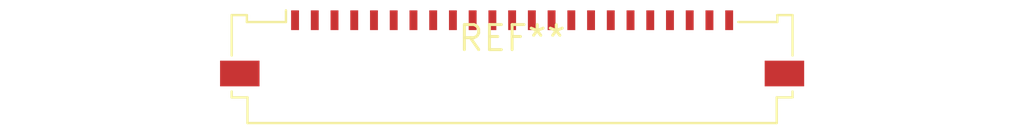
<source format=kicad_pcb>
(kicad_pcb (version 20240108) (generator pcbnew)
  (layers (0 "F.Cu" signal) (31 "B.Cu" signal) (34 "B.Paste" user) (35 "F.Paste" user) (36 "B.SilkS" user "B.Silkscreen") (37 "F.SilkS" user "F.Silkscreen") (38 "B.Mask" user) (39 "F.Mask" user) (44 "Edge.Cuts" user))
  (net 0 "")
  (footprint "Molex_200528-0230_1x23-1MP_P1.00mm_Horizontal" (layer "F.Cu") (at 0 0)
    (property "Reference" "REF**")
    (property "Value" "Molex_200528-0230_1x23-1MP_P1.00mm_Horizontal")
    (fp_line (start -14.21 -1.17) (end -14.21 0.88) (layer "F.SilkS") (stroke (width 0.12)))
    (fp_line (start -14.21 2.7) (end -14.21 3) (layer "F.SilkS") (stroke (width 0.12)))
    (fp_line (start -14.21 3) (end -13.41 3) (layer "F.SilkS") (stroke (width 0.12)))
    (fp_line (start -13.44 -1.17) (end -14.21 -1.17) (layer "F.SilkS") (stroke (width 0.12)))
    (fp_line (start -13.44 -0.82) (end -13.44 -1.17) (layer "F.SilkS") (stroke (width 0.12)))
    (fp_line (start -13.41 3) (end -13.41 4.3) (layer "F.SilkS") (stroke (width 0.12)))
    (fp_line (start -13.41 4.3) (end 13.41 4.3) (layer "F.SilkS") (stroke (width 0.12)))
    (fp_line (start -11.46 -1.41) (end -11.46 -0.82) (layer "F.SilkS") (stroke (width 0.12)))
    (fp_line (start -11.46 -0.82) (end -13.44 -0.82) (layer "F.SilkS") (stroke (width 0.12)))
    (fp_line (start 13.41 3) (end 14.21 3) (layer "F.SilkS") (stroke (width 0.12)))
    (fp_line (start 13.41 4.3) (end 13.41 3) (layer "F.SilkS") (stroke (width 0.12)))
    (fp_line (start 13.44 -1.17) (end 13.44 -0.82) (layer "F.SilkS") (stroke (width 0.12)))
    (fp_line (start 13.44 -0.82) (end 11.46 -0.82) (layer "F.SilkS") (stroke (width 0.12)))
    (fp_line (start 14.21 -1.17) (end 13.44 -1.17) (layer "F.SilkS") (stroke (width 0.12)))
    (fp_line (start 14.21 0.88) (end 14.21 -1.17) (layer "F.SilkS") (stroke (width 0.12)))
    (fp_line (start 14.21 3) (end 14.21 2.7) (layer "F.SilkS") (stroke (width 0.12)))
    (pad "1" smd rect (at -11 -0.91) (size 0.4 1) (layers "F.Cu" "F.Paste" "F.Mask"))
    (pad "2" smd rect (at -10 -0.91) (size 0.4 1) (layers "F.Cu" "F.Paste" "F.Mask"))
    (pad "3" smd rect (at -9 -0.91) (size 0.4 1) (layers "F.Cu" "F.Paste" "F.Mask"))
    (pad "4" smd rect (at -8 -0.91) (size 0.4 1) (layers "F.Cu" "F.Paste" "F.Mask"))
    (pad "5" smd rect (at -7 -0.91) (size 0.4 1) (layers "F.Cu" "F.Paste" "F.Mask"))
    (pad "6" smd rect (at -6 -0.91) (size 0.4 1) (layers "F.Cu" "F.Paste" "F.Mask"))
    (pad "7" smd rect (at -5 -0.91) (size 0.4 1) (layers "F.Cu" "F.Paste" "F.Mask"))
    (pad "8" smd rect (at -4 -0.91) (size 0.4 1) (layers "F.Cu" "F.Paste" "F.Mask"))
    (pad "9" smd rect (at -3 -0.91) (size 0.4 1) (layers "F.Cu" "F.Paste" "F.Mask"))
    (pad "10" smd rect (at -2 -0.91) (size 0.4 1) (layers "F.Cu" "F.Paste" "F.Mask"))
    (pad "11" smd rect (at -1 -0.91) (size 0.4 1) (layers "F.Cu" "F.Paste" "F.Mask"))
    (pad "12" smd rect (at 0 -0.91) (size 0.4 1) (layers "F.Cu" "F.Paste" "F.Mask"))
    (pad "13" smd rect (at 1 -0.91) (size 0.4 1) (layers "F.Cu" "F.Paste" "F.Mask"))
    (pad "14" smd rect (at 2 -0.91) (size 0.4 1) (layers "F.Cu" "F.Paste" "F.Mask"))
    (pad "15" smd rect (at 3 -0.91) (size 0.4 1) (layers "F.Cu" "F.Paste" "F.Mask"))
    (pad "16" smd rect (at 4 -0.91) (size 0.4 1) (layers "F.Cu" "F.Paste" "F.Mask"))
    (pad "17" smd rect (at 5 -0.91) (size 0.4 1) (layers "F.Cu" "F.Paste" "F.Mask"))
    (pad "18" smd rect (at 6 -0.91) (size 0.4 1) (layers "F.Cu" "F.Paste" "F.Mask"))
    (pad "19" smd rect (at 7 -0.91) (size 0.4 1) (layers "F.Cu" "F.Paste" "F.Mask"))
    (pad "20" smd rect (at 8 -0.91) (size 0.4 1) (layers "F.Cu" "F.Paste" "F.Mask"))
    (pad "21" smd rect (at 9 -0.91) (size 0.4 1) (layers "F.Cu" "F.Paste" "F.Mask"))
    (pad "22" smd rect (at 10 -0.91) (size 0.4 1) (layers "F.Cu" "F.Paste" "F.Mask"))
    (pad "23" smd rect (at 11 -0.91) (size 0.4 1) (layers "F.Cu" "F.Paste" "F.Mask"))
    (pad "MP" smd rect (at -13.8 1.79) (size 2 1.3) (layers "F.Cu" "F.Paste" "F.Mask"))
    (pad "MP" smd rect (at 13.8 1.79) (size 2 1.3) (layers "F.Cu" "F.Paste" "F.Mask"))
  )
)
</source>
